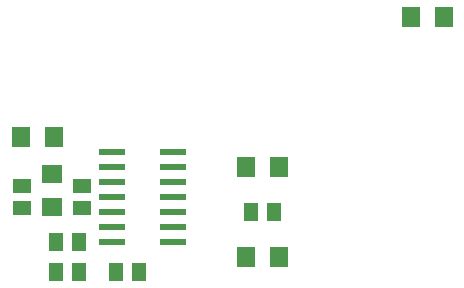
<source format=gbr>
G04 EAGLE Gerber RS-274X export*
G75*
%MOMM*%
%FSLAX34Y34*%
%LPD*%
%INSolderpaste Top*%
%IPPOS*%
%AMOC8*
5,1,8,0,0,1.08239X$1,22.5*%
G01*
G04 Define Apertures*
%ADD10R,1.500000X1.300000*%
%ADD11R,1.300000X1.500000*%
%ADD12R,2.200000X0.600000*%
%ADD13R,1.803000X1.600000*%
%ADD14R,1.600000X1.803000*%
D10*
X114300Y384200D03*
X114300Y403200D03*
D11*
X161900Y330200D03*
X142900Y330200D03*
X92100Y330200D03*
X111100Y330200D03*
D10*
X63500Y403200D03*
X63500Y384200D03*
D11*
X276200Y381000D03*
X257200Y381000D03*
D12*
X139100Y419100D03*
X139100Y355600D03*
X139100Y431800D03*
X139100Y406400D03*
X139100Y393700D03*
X191100Y355600D03*
X139100Y368300D03*
X139100Y381000D03*
X191100Y368300D03*
X191100Y381000D03*
X191100Y393700D03*
X191100Y406400D03*
X191100Y419100D03*
X191100Y431800D03*
D13*
X88900Y413764D03*
X88900Y385324D03*
D14*
X61980Y444500D03*
X90420Y444500D03*
X280920Y419100D03*
X252480Y419100D03*
X252480Y342900D03*
X280920Y342900D03*
X392180Y546100D03*
X420620Y546100D03*
D11*
X92100Y355600D03*
X111100Y355600D03*
M02*

</source>
